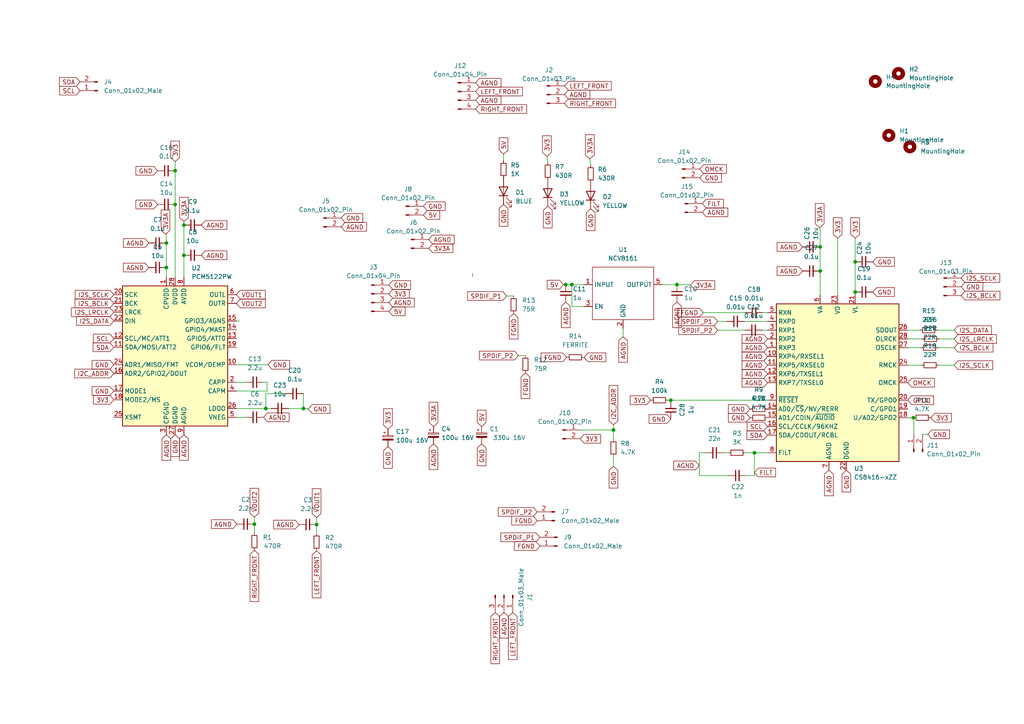
<source format=kicad_sch>
(kicad_sch (version 20230121) (generator eeschema)
  (paper "A4")
  (lib_symbols
    (symbol "Audio:CS8416-xZZ"
      (property "Reference" "U" (at 12.7 26.67 0))
      (property "Value" "CS8416-xZZ" (at 12.7 24.13 0))
      (symbol "CS8416-xZZ_0_1"
        (rectangle (start -17.78 22.86) (end 17.78 -22.86) (stroke (width 0.254)) (fill (type background)))
      )
      (symbol "CS8416-xZZ_1_1"
        (pin input line (at -20.32 10.16 0) (length 2.54) (name "RXP3") (number "1"))
        (pin input line (at -20.32 7.62 0) (length 2.54) (name "RXP4/RXSEL1") (number "10"))
        (pin input line (at -20.32 5.08 0) (length 2.54) (name "RXP5/RXSEL0") (number "11"))
        (pin input line (at -20.32 2.54 0) (length 2.54) (name "RXP6/TXSEL1") (number "12"))
        (pin input line (at -20.32 0 0) (length 2.54) (name "RXP7/TXSEL0") (number "13"))
        (pin input line (at -20.32 -7.62 0) (length 2.54) (name "AD0/~{CS}/NV/RERR") (number "14"))
        (pin input line (at -20.32 -10.16 0) (length 2.54) (name "AD1/CDIN/~{AUDIO}") (number "15"))
        (pin input line (at -20.32 -12.7 0) (length 2.54) (name "SCL/CCLK/96KHZ") (number "16"))
        (pin bidirectional line (at -20.32 -15.24 0) (length 2.54) (name "SDA/CDOUT/RCBL") (number "17"))
        (pin output line (at 20.32 -10.16 180) (length 2.54) (name "U/AD2/GPO2") (number "18"))
        (pin output line (at 20.32 -7.62 180) (length 2.54) (name "C/GPO1") (number "19"))
        (pin input line (at -20.32 12.7 0) (length 2.54) (name "RXP2") (number "2"))
        (pin output line (at 20.32 -5.08 180) (length 2.54) (name "TX/GPO0") (number "20"))
        (pin power_in line (at 5.08 25.4 270) (length 2.54) (name "VL") (number "21"))
        (pin power_in line (at 2.54 -25.4 90) (length 2.54) (name "DGND") (number "22"))
        (pin power_in line (at 0 25.4 270) (length 2.54) (name "VD") (number "23"))
        (pin output line (at 20.32 5.08 180) (length 2.54) (name "RMCK") (number "24"))
        (pin input line (at 20.32 0 180) (length 2.54) (name "OMCK") (number "25"))
        (pin output line (at 20.32 15.24 180) (length 2.54) (name "SDOUT") (number "26"))
        (pin bidirectional line (at 20.32 10.16 180) (length 2.54) (name "OSCLK") (number "27"))
        (pin bidirectional line (at 20.32 12.7 180) (length 2.54) (name "OLRCK") (number "28"))
        (pin input line (at -20.32 15.24 0) (length 2.54) (name "RXP1") (number "3"))
        (pin input line (at -20.32 17.78 0) (length 2.54) (name "RXP0") (number "4"))
        (pin input line (at -20.32 20.32 0) (length 2.54) (name "RXN") (number "5"))
        (pin power_in line (at -5.08 25.4 270) (length 2.54) (name "VA") (number "6"))
        (pin power_in line (at -2.54 -25.4 90) (length 2.54) (name "AGND") (number "7"))
        (pin passive line (at -20.32 -20.32 0) (length 2.54) (name "FILT") (number "8"))
        (pin input line (at -20.32 -5.08 0) (length 2.54) (name "~{RESET}") (number "9"))
      )
    )
    (symbol "Audio:PCM5122PW"
      (property "Reference" "U" (at -13.97 21.59 0))
      (property "Value" "PCM5122PW" (at 10.16 21.59 0))
      (symbol "PCM5122PW_0_1"
        (rectangle (start -15.24 20.32) (end 15.24 -20.32) (stroke (width 0.254)) (fill (type background)))
      )
      (symbol "PCM5122PW_1_1"
        (pin power_in line (at -2.54 22.86 270) (length 2.54) (name "CPVDD") (number "1"))
        (pin bidirectional line (at 17.78 -2.54 180) (length 2.54) (name "VCOM/DEMP") (number "10"))
        (pin bidirectional line (at -17.78 2.54 0) (length 2.54) (name "SDA/MOSI/ATT2") (number "11"))
        (pin input line (at -17.78 5.08 0) (length 2.54) (name "SCL/MC/ATT1") (number "12"))
        (pin bidirectional line (at 17.78 5.08 180) (length 2.54) (name "GPIO5/ATT0") (number "13"))
        (pin bidirectional line (at 17.78 7.62 180) (length 2.54) (name "GPIO4/MAST") (number "14"))
        (pin bidirectional line (at 17.78 10.16 180) (length 2.54) (name "GPIO3/AGNS") (number "15"))
        (pin bidirectional line (at -17.78 -5.08 0) (length 2.54) (name "ADR2/GPIO2/DOUT") (number "16"))
        (pin input line (at -17.78 -10.16 0) (length 2.54) (name "MODE1") (number "17"))
        (pin input line (at -17.78 -12.7 0) (length 2.54) (name "MODE2/MS") (number "18"))
        (pin bidirectional line (at 17.78 2.54 180) (length 2.54) (name "GPIO6/FLT") (number "19"))
        (pin passive line (at 17.78 -7.62 180) (length 2.54) (name "CAPP") (number "2"))
        (pin input line (at -17.78 17.78 0) (length 2.54) (name "SCK") (number "20"))
        (pin bidirectional line (at -17.78 15.24 0) (length 2.54) (name "BCK") (number "21"))
        (pin input line (at -17.78 10.16 0) (length 2.54) (name "DIN") (number "22"))
        (pin bidirectional line (at -17.78 12.7 0) (length 2.54) (name "LRCK") (number "23"))
        (pin bidirectional line (at -17.78 -2.54 0) (length 2.54) (name "ADR1/MISO/FMT") (number "24"))
        (pin input line (at -17.78 -17.78 0) (length 2.54) (name "XSMT") (number "25"))
        (pin passive line (at 17.78 -15.24 180) (length 2.54) (name "LDOO") (number "26"))
        (pin power_in line (at 0 -22.86 90) (length 2.54) (name "DGND") (number "27"))
        (pin power_in line (at 0 22.86 270) (length 2.54) (name "DVDD") (number "28"))
        (pin power_in line (at -2.54 -22.86 90) (length 2.54) (name "CPGND") (number "3"))
        (pin passive line (at 17.78 -10.16 180) (length 2.54) (name "CAPM") (number "4"))
        (pin passive line (at 17.78 -17.78 180) (length 2.54) (name "VNEG") (number "5"))
        (pin output line (at 17.78 17.78 180) (length 2.54) (name "OUTL") (number "6"))
        (pin output line (at 17.78 15.24 180) (length 2.54) (name "OUTR") (number "7"))
        (pin power_in line (at 2.54 22.86 270) (length 2.54) (name "AVDD") (number "8"))
        (pin power_in line (at 2.54 -22.86 90) (length 2.54) (name "AGND") (number "9"))
      )
    )
    (symbol "Components:NCV8161"
      (property "Reference" "U" (at 0 10.16 0))
      (property "Value" "NCV8161" (at 0 0 0))
      (symbol "NCV8161_0_1"
        (rectangle (start -8.89 17.78) (end 8.89 2.54))
      )
      (symbol "NCV8161_1_1"
        (pin input line (at -11.43 12.7 0) (length 2.54) (name "INPUT") (number "1"))
        (pin input line (at 0 0 90) (length 2.54) (name "GND") (number "2"))
        (pin input line (at -11.43 6.35 0) (length 2.54) (name "EN") (number "3"))
        (pin output line (at 11.43 12.7 180) (length 2.54) (name "OUTPUT") (number "5"))
      )
    )
    (symbol "Connector:Conn_01x02_Male" (pin_names (offset 1.016) hide)
      (property "Reference" "J" (at 0 2.54 0))
      (property "Value" "Conn_01x02_Male" (at 0 -5.08 0))
      (symbol "Conn_01x02_Male_1_1"
        (polyline (pts (xy 1.27 -2.54) (xy 0.8636 -2.54)) (stroke (width 0.1524)))
        (polyline (pts (xy 1.27 0) (xy 0.8636 0)) (stroke (width 0.1524)))
        (rectangle (start 0.8636 -2.413) (end 0 -2.667) (stroke (width 0.1524)) (fill (type outline)))
        (rectangle (start 0.8636 0.127) (end 0 -0.127) (stroke (width 0.1524)) (fill (type outline)))
        (pin passive line (at 5.08 0 180) (length 3.81) (name "Pin_1") (number "1"))
        (pin passive line (at 5.08 -2.54 180) (length 3.81) (name "Pin_2") (number "2"))
      )
    )
    (symbol "Connector:Conn_01x02_Pin" (pin_names (offset 1.016) hide)
      (property "Reference" "J" (at 0 2.54 0))
      (property "Value" "Conn_01x02_Pin" (at 0 -5.08 0))
      (symbol "Conn_01x02_Pin_1_1"
        (polyline (pts (xy 1.27 -2.54) (xy 0.8636 -2.54)) (stroke (width 0.1524)))
        (polyline (pts (xy 1.27 0) (xy 0.8636 0)) (stroke (width 0.1524)))
        (rectangle (start 0.8636 -2.413) (end 0 -2.667) (stroke (width 0.1524)) (fill (type outline)))
        (rectangle (start 0.8636 0.127) (end 0 -0.127) (stroke (width 0.1524)) (fill (type outline)))
        (pin passive line (at 5.08 0 180) (length 3.81) (name "Pin_1") (number "1"))
        (pin passive line (at 5.08 -2.54 180) (length 3.81) (name "Pin_2") (number "2"))
      )
    )
    (symbol "Connector:Conn_01x03_Male" (pin_names (offset 1.016) hide)
      (property "Reference" "J" (at 0 5.08 0))
      (property "Value" "Conn_01x03_Male" (at 0 -5.08 0))
      (symbol "Conn_01x03_Male_1_1"
        (polyline (pts (xy 1.27 -2.54) (xy 0.8636 -2.54)) (stroke (width 0.1524)))
        (polyline (pts (xy 1.27 0) (xy 0.8636 0)) (stroke (width 0.1524)))
        (polyline (pts (xy 1.27 2.54) (xy 0.8636 2.54)) (stroke (width 0.1524)))
        (rectangle (start 0.8636 -2.413) (end 0 -2.667) (stroke (width 0.1524)) (fill (type outline)))
        (rectangle (start 0.8636 0.127) (end 0 -0.127) (stroke (width 0.1524)) (fill (type outline)))
        (rectangle (start 0.8636 2.667) (end 0 2.413) (stroke (width 0.1524)) (fill (type outline)))
        (pin passive line (at 5.08 2.54 180) (length 3.81) (name "Pin_1") (number "1"))
        (pin passive line (at 5.08 0 180) (length 3.81) (name "Pin_2") (number "2"))
        (pin passive line (at 5.08 -2.54 180) (length 3.81) (name "Pin_3") (number "3"))
      )
    )
    (symbol "Connector:Conn_01x03_Pin" (pin_names (offset 1.016) hide)
      (property "Reference" "J" (at 0 5.08 0))
      (property "Value" "Conn_01x03_Pin" (at 0 -5.08 0))
      (symbol "Conn_01x03_Pin_1_1"
        (polyline (pts (xy 1.27 -2.54) (xy 0.8636 -2.54)) (stroke (width 0.1524)))
        (polyline (pts (xy 1.27 0) (xy 0.8636 0)) (stroke (width 0.1524)))
        (polyline (pts (xy 1.27 2.54) (xy 0.8636 2.54)) (stroke (width 0.1524)))
        (rectangle (start 0.8636 -2.413) (end 0 -2.667) (stroke (width 0.1524)) (fill (type outline)))
        (rectangle (start 0.8636 0.127) (end 0 -0.127) (stroke (width 0.1524)) (fill (type outline)))
        (rectangle (start 0.8636 2.667) (end 0 2.413) (stroke (width 0.1524)) (fill (type outline)))
        (pin passive line (at 5.08 2.54 180) (length 3.81) (name "Pin_1") (number "1"))
        (pin passive line (at 5.08 0 180) (length 3.81) (name "Pin_2") (number "2"))
        (pin passive line (at 5.08 -2.54 180) (length 3.81) (name "Pin_3") (number "3"))
      )
    )
    (symbol "Connector:Conn_01x04_Pin" (pin_names (offset 1.016) hide)
      (property "Reference" "J" (at 0 5.08 0))
      (property "Value" "Conn_01x04_Pin" (at 0 -7.62 0))
      (symbol "Conn_01x04_Pin_1_1"
        (polyline (pts (xy 1.27 -5.08) (xy 0.8636 -5.08)) (stroke (width 0.1524)))
        (polyline (pts (xy 1.27 -2.54) (xy 0.8636 -2.54)) (stroke (width 0.1524)))
        (polyline (pts (xy 1.27 0) (xy 0.8636 0)) (stroke (width 0.1524)))
        (polyline (pts (xy 1.27 2.54) (xy 0.8636 2.54)) (stroke (width 0.1524)))
        (rectangle (start 0.8636 -4.953) (end 0 -5.207) (stroke (width 0.1524)) (fill (type outline)))
        (rectangle (start 0.8636 -2.413) (end 0 -2.667) (stroke (width 0.1524)) (fill (type outline)))
        (rectangle (start 0.8636 0.127) (end 0 -0.127) (stroke (width 0.1524)) (fill (type outline)))
        (rectangle (start 0.8636 2.667) (end 0 2.413) (stroke (width 0.1524)) (fill (type outline)))
        (pin passive line (at 5.08 2.54 180) (length 3.81) (name "Pin_1") (number "1"))
        (pin passive line (at 5.08 0 180) (length 3.81) (name "Pin_2") (number "2"))
        (pin passive line (at 5.08 -2.54 180) (length 3.81) (name "Pin_3") (number "3"))
        (pin passive line (at 5.08 -5.08 180) (length 3.81) (name "Pin_4") (number "4"))
      )
    )
    (symbol "Device:C_Polarized_Small" (pin_numbers hide) (pin_names (offset 0.254) hide)
      (property "Reference" "C" (at 0.254 1.778 0))
      (property "Value" "C_Polarized_Small" (at 0.254 -2.032 0))
      (symbol "C_Polarized_Small_0_1"
        (rectangle (start -1.524 -0.3048) (end 1.524 -0.6858) (fill (type outline)))
        (rectangle (start -1.524 0.6858) (end 1.524 0.3048))
        (polyline (pts (xy -1.27 1.524) (xy -0.762 1.524)))
        (polyline (pts (xy -1.016 1.27) (xy -1.016 1.778)))
      )
      (symbol "C_Polarized_Small_1_1"
        (pin passive line (at 0 2.54 270) (length 1.8542) (name "~") (number "1"))
        (pin passive line (at 0 -2.54 90) (length 1.8542) (name "~") (number "2"))
      )
    )
    (symbol "Device:C_Small" (pin_numbers hide) (pin_names (offset 0.254) hide)
      (property "Reference" "C" (at 0.254 1.778 0))
      (property "Value" "C_Small" (at 0.254 -2.032 0))
      (symbol "C_Small_0_1"
        (polyline (pts (xy -1.524 -0.508) (xy 1.524 -0.508)) (stroke (width 0.3302)))
        (polyline (pts (xy -1.524 0.508) (xy 1.524 0.508)) (stroke (width 0.3048)))
      )
      (symbol "C_Small_1_1"
        (pin passive line (at 0 2.54 270) (length 2.032) (name "~") (number "1"))
        (pin passive line (at 0 -2.54 90) (length 2.032) (name "~") (number "2"))
      )
    )
    (symbol "Device:LED" (pin_numbers hide) (pin_names (offset 1.016) hide)
      (property "Reference" "D" (at 0 2.54 0))
      (property "Value" "LED" (at 0 -2.54 0))
      (symbol "LED_0_1"
        (polyline (pts (xy -1.27 -1.27) (xy -1.27 1.27)) (stroke (width 0.254)))
        (polyline (pts (xy -1.27 0) (xy 1.27 0)))
        (polyline (pts (xy 1.27 -1.27) (xy 1.27 1.27) (xy -1.27 0) (xy 1.27 -1.27)) (stroke (width 0.254)))
        (polyline (pts (xy -3.048 -0.762) (xy -4.572 -2.286) (xy -3.81 -2.286) (xy -4.572 -2.286) (xy -4.572 -1.524)))
        (polyline (pts (xy -1.778 -0.762) (xy -3.302 -2.286) (xy -2.54 -2.286) (xy -3.302 -2.286) (xy -3.302 -1.524)))
      )
      (symbol "LED_1_1"
        (pin passive line (at -3.81 0 0) (length 2.54) (name "K") (number "1"))
        (pin passive line (at 3.81 0 180) (length 2.54) (name "A") (number "2"))
      )
    )
    (symbol "Device:R_Small" (pin_numbers hide) (pin_names (offset 0.254) hide)
      (property "Reference" "R" (at 0.762 0.508 0))
      (property "Value" "R_Small" (at 0.762 -1.016 0))
      (symbol "R_Small_0_1"
        (rectangle (start -0.762 1.778) (end 0.762 -1.778) (stroke (width 0.2032)))
      )
      (symbol "R_Small_1_1"
        (pin passive line (at 0 2.54 270) (length 0.762) (name "~") (number "1"))
        (pin passive line (at 0 -2.54 90) (length 0.762) (name "~") (number "2"))
      )
    )
    (symbol "Mechanical:MountingHole" (pin_names (offset 1.016))
      (property "Reference" "H" (at 0 5.08 0))
      (property "Value" "MountingHole" (at 0 3.175 0))
      (symbol "MountingHole_0_1"
        (circle (center 0 0) (radius 1.27) (stroke (width 1.27)))
      )
    )
    (symbol "Oscillator:ASE-xxxMHz" (pin_names (offset 0.254))
      (property "Reference" "X" (at -5.08 6.35 0))
      (property "Value" "ASE-xxxMHz" (at 1.27 -6.35 0))
      (symbol "ASE-xxxMHz_0_1"
        (rectangle (start -5.08 5.08) (end 5.08 -5.08) (stroke (width 0.254)) (fill (type background)))
        (polyline (pts (xy -1.27 -0.762) (xy -1.016 -0.762) (xy -1.016 0.762) (xy -0.508 0.762) (xy -0.508 -0.762) (xy 0 -0.762) (xy 0 0.762) (xy 0.508 0.762) (xy 0.508 -0.762) (xy 0.762 -0.762)))
      )
      (symbol "ASE-xxxMHz_1_1"
        (pin input line (at -7.62 0 0) (length 2.54) (name "EN") (number "1"))
        (pin power_in line (at 0 -7.62 90) (length 2.54) (name "GND") (number "2"))
        (pin output line (at 7.62 0 180) (length 2.54) (name "OUT") (number "3"))
        (pin power_in line (at 0 7.62 270) (length 2.54) (name "Vdd") (number "4"))
      )
    )
  )
  (junction (at 237.871 71.628))
  (junction (at 165.862 82.55))
  (junction (at 177.927 124.714))
  (junction (at 248.031 75.946))
  (junction (at 53.34 65.278))
  (junction (at 264.922 121.158))
  (junction (at 48.26 77.597))
  (junction (at 73.787 152.019))
  (junction (at 196.342 82.55))
  (junction (at 164.084 82.55))
  (junction (at 77.089 118.491))
  (junction (at 88.011 118.491))
  (junction (at 53.34 74.041))
  (junction (at 50.8 49.53))
  (junction (at 248.031 84.709))
  (junction (at 218.821 131.318))
  (junction (at 194.564 116.078))
  (junction (at 48.26 70.485))
  (junction (at 237.871 78.613))
  (junction (at 50.8 59.309))
  (junction (at 91.821 152.146))
  (wire (pts (xy 177.927 123.19) (xy 177.927 124.714)))
  (wire (pts (xy 91.821 152.146) (xy 91.821 154.686)))
  (wire (pts (xy 50.8 49.53) (xy 50.8 59.309)))
  (wire (pts (xy 71.374 121.031) (xy 68.58 121.031)))
  (wire (pts (xy 209.804 131.318) (xy 211.201 131.318)))
  (wire (pts (xy 221.234 90.678) (xy 222.631 90.678)))
  (wire (pts (xy 196.342 82.55) (xy 192.151 82.55)))
  (wire (pts (xy 48.26 67.945) (xy 48.26 70.485)))
  (wire (pts (xy 48.26 70.485) (xy 48.26 77.597)))
  (wire (pts (xy 263.271 121.158) (xy 264.922 121.158)))
  (wire (pts (xy 77.089 114.173) (xy 77.089 118.491)))
  (wire (pts (xy 237.744 66.294) (xy 237.871 66.294)))
  (wire (pts (xy 73.787 149.987) (xy 73.787 152.019)))
  (wire (pts (xy 71.374 110.871) (xy 68.58 110.871)))
  (wire (pts (xy 168.275 124.714) (xy 177.927 124.714)))
  (wire (pts (xy 203.962 90.678) (xy 216.154 90.678)))
  (wire (pts (xy 263.271 98.298) (xy 267.335 98.298)))
  (wire (pts (xy 48.26 77.597) (xy 48.26 80.391)))
  (wire (pts (xy 237.871 71.628) (xy 237.871 78.613)))
  (wire (pts (xy 164.084 82.55) (xy 165.862 82.55)))
  (wire (pts (xy 248.031 69.088) (xy 248.031 75.946)))
  (wire (pts (xy 148.971 85.852) (xy 146.939 85.852)))
  (wire (pts (xy 89.408 118.618) (xy 89.281 118.618)))
  (wire (pts (xy 248.031 84.709) (xy 248.031 85.598)))
  (wire (pts (xy 272.161 100.838) (xy 276.733 100.838)))
  (wire (pts (xy 269.113 125.984) (xy 267.589 125.984)))
  (wire (pts (xy 200.279 82.677) (xy 200.025 82.677)))
  (wire (pts (xy 272.415 98.298) (xy 276.733 98.298)))
  (wire (pts (xy 76.454 110.871) (xy 77.47 110.871)))
  (wire (pts (xy 88.011 114.173) (xy 88.011 118.491)))
  (wire (pts (xy 237.871 78.613) (xy 237.871 85.598)))
  (wire (pts (xy 314.325 107.315) (xy 314.325 110.617)))
  (wire (pts (xy 208.153 95.758) (xy 216.027 95.758)))
  (wire (pts (xy 50.8 46.863) (xy 50.8 49.53)))
  (wire (pts (xy 237.871 66.294) (xy 237.871 71.628)))
  (wire (pts (xy 211.328 137.922) (xy 202.819 137.922)))
  (wire (pts (xy 263.271 105.918) (xy 267.208 105.918)))
  (wire (pts (xy 237.744 66.04) (xy 237.744 66.294)))
  (wire (pts (xy 169.291 88.9) (xy 165.862 88.9)))
  (wire (pts (xy 53.34 64.262) (xy 53.34 65.278)))
  (wire (pts (xy 171.069 46.101) (xy 171.323 47.879)))
  (wire (pts (xy 248.031 75.946) (xy 248.031 84.709)))
  (wire (pts (xy 165.862 82.55) (xy 169.291 82.55)))
  (wire (pts (xy 216.408 137.922) (xy 218.821 137.922)))
  (wire (pts (xy 77.089 118.491) (xy 68.58 118.491)))
  (wire (pts (xy 221.107 95.758) (xy 222.631 95.758)))
  (wire (pts (xy 194.564 116.078) (xy 222.631 116.078)))
  (wire (pts (xy 215.9 93.218) (xy 222.631 93.218)))
  (wire (pts (xy 264.922 121.158) (xy 265.049 121.158)))
  (wire (pts (xy 77.724 105.791) (xy 68.58 105.791)))
  (wire (pts (xy 216.281 131.318) (xy 218.821 131.318)))
  (wire (pts (xy 265.049 125.984) (xy 265.049 121.158)))
  (wire (pts (xy 77.47 113.411) (xy 68.58 113.411)))
  (wire (pts (xy 73.787 152.019) (xy 73.787 154.559)))
  (wire (pts (xy 48.006 67.945) (xy 48.26 67.945)))
  (wire (pts (xy 77.47 110.871) (xy 77.47 113.411)))
  (wire (pts (xy 152.4 103.124) (xy 150.368 103.124)))
  (wire (pts (xy 194.564 116.078) (xy 194.564 116.459)))
  (wire (pts (xy 177.927 135.255) (xy 177.927 132.461)))
  (wire (pts (xy 218.821 131.318) (xy 222.631 131.318)))
  (wire (pts (xy 53.34 65.278) (xy 53.34 74.041)))
  (wire (pts (xy 177.927 124.714) (xy 177.927 127.381)))
  (wire (pts (xy 208.153 93.218) (xy 210.82 93.218)))
  (wire (pts (xy 89.281 118.491) (xy 88.011 118.491)))
  (wire (pts (xy 180.721 97.663) (xy 180.721 95.25)))
  (wire (pts (xy 78.613 118.491) (xy 77.089 118.491)))
  (wire (pts (xy 202.819 131.318) (xy 204.724 131.318)))
  (wire (pts (xy 202.819 137.922) (xy 202.819 131.318)))
  (wire (pts (xy 200.025 82.55) (xy 196.342 82.55)))
  (wire (pts (xy 271.907 95.758) (xy 276.733 95.758)))
  (wire (pts (xy 200.025 82.677) (xy 200.025 82.55)))
  (wire (pts (xy 242.951 69.088) (xy 242.951 85.598)))
  (wire (pts (xy 53.34 74.041) (xy 53.34 80.391)))
  (wire (pts (xy 88.011 118.491) (xy 83.693 118.491)))
  (wire (pts (xy 165.862 88.9) (xy 165.862 82.55)))
  (wire (pts (xy 89.281 118.618) (xy 89.281 118.491)))
  (wire (pts (xy 137.033 79.248) (xy 137.033 80.264)))
  (wire (pts (xy 272.288 105.918) (xy 276.733 105.918)))
  (wire (pts (xy 69.469 93.091) (xy 68.58 93.091)))
  (wire (pts (xy 146.05 44.704) (xy 146.05 46.609)))
  (wire (pts (xy 50.8 59.309) (xy 50.8 80.391)))
  (wire (pts (xy 158.623 45.339) (xy 158.877 47.117)))
  (wire (pts (xy 218.821 137.922) (xy 218.821 131.318)))
  (wire (pts (xy 163.449 82.55) (xy 164.084 82.55)))
  (wire (pts (xy 193.802 116.078) (xy 194.564 116.078)))
  (wire (pts (xy 263.271 95.758) (xy 266.827 95.758)))
  (wire (pts (xy 263.271 100.838) (xy 267.081 100.838)))
  (wire (pts (xy 91.821 150.114) (xy 91.821 152.146)))
  (wire (pts (xy 77.089 114.173) (xy 82.931 114.173)))
  (global_label "GND" (shape input) (at 253.111 75.946 0) (property "Intersheetrefs" "${INTERSHEET_REFS}" (effects hide)))
  (global_label "3V3" (shape input) (at 50.8 46.863 90) (property "Intersheetrefs" "${INTERSHEET_REFS}" (effects hide)))
  (global_label "FGND" (shape input) (at 148.971 90.932 270) (property "Intersheetrefs" "${INTERSHEET_REFS}" (effects hide)))
  (global_label "SPDIF_P2" (shape input) (at 208.153 95.758 180) (property "Intersheetrefs" "${INTERSHEET_REFS}" (effects hide)))
  (global_label "3V3" (shape input) (at 248.031 69.088 90) (property "Intersheetrefs" "${INTERSHEET_REFS}" (effects hide)))
  (global_label "LEFT_FRONT" (shape input) (at 163.703 24.892 0) (property "Intersheetrefs" "${INTERSHEET_REFS}" (effects hide)))
  (global_label "AGND" (shape input) (at 86.741 152.146 180) (property "Intersheetrefs" "${INTERSHEET_REFS}" (effects hide)))
  (global_label "3V3" (shape input) (at 33.02 115.951 180) (property "Intersheetrefs" "${INTERSHEET_REFS}" (effects hide)))
  (global_label "AGND" (shape input) (at 58.42 74.041 0) (property "Intersheetrefs" "${INTERSHEET_REFS}" (effects hide)))
  (global_label "AGND" (shape input) (at 222.631 108.458 180) (property "Intersheetrefs" "${INTERSHEET_REFS}" (effects hide)))
  (global_label "LEFT_FRONT" (shape input) (at 148.717 177.673 270) (property "Intersheetrefs" "${INTERSHEET_REFS}" (effects hide)))
  (global_label "RIGHT_FRONT" (shape input) (at 163.703 29.972 0) (property "Intersheetrefs" "${INTERSHEET_REFS}" (effects hide)))
  (global_label "OMCK" (shape input) (at 263.271 110.998 0) (property "Intersheetrefs" "${INTERSHEET_REFS}" (effects hide)))
  (global_label "RIGHT_FRONT" (shape input) (at 143.637 177.673 270) (property "Intersheetrefs" "${INTERSHEET_REFS}" (effects hide)))
  (global_label "AGND" (shape input) (at 222.631 105.918 180) (property "Intersheetrefs" "${INTERSHEET_REFS}" (effects hide)))
  (global_label "GND" (shape input) (at 33.02 113.411 180) (property "Intersheetrefs" "${INTERSHEET_REFS}" (effects hide)))
  (global_label "GND" (shape input) (at 202.946 51.562 0) (property "Intersheetrefs" "${INTERSHEET_REFS}" (effects hide)))
  (global_label "AGND" (shape input) (at 222.631 103.378 180) (property "Intersheetrefs" "${INTERSHEET_REFS}" (effects hide)))
  (global_label "GPO0" (shape input) (at 263.271 116.078 0) (property "Intersheetrefs" "${INTERSHEET_REFS}" (effects hide)))
  (global_label "AGND" (shape input) (at 125.73 128.778 270) (property "Intersheetrefs" "${INTERSHEET_REFS}" (effects hide)))
  (global_label "SPDIF_P1" (shape input) (at 208.153 93.218 180) (property "Intersheetrefs" "${INTERSHEET_REFS}" (effects hide)))
  (global_label "GND" (shape input) (at 278.765 83.185 0) (property "Intersheetrefs" "${INTERSHEET_REFS}" (effects hide)))
  (global_label "SPDIF_P1" (shape input) (at 146.939 85.852 180) (property "Intersheetrefs" "${INTERSHEET_REFS}" (effects hide)))
  (global_label "VOUT1" (shape input) (at 91.821 150.114 90) (property "Intersheetrefs" "${INTERSHEET_REFS}" (effects hide)))
  (global_label "GND" (shape input) (at 98.933 63.246 0) (property "Intersheetrefs" "${INTERSHEET_REFS}" (effects hide)))
  (global_label "GND" (shape input) (at 45.72 49.53 180) (property "Intersheetrefs" "${INTERSHEET_REFS}" (effects hide)))
  (global_label "3V3" (shape input) (at 168.275 127.254 0) (property "Intersheetrefs" "${INTERSHEET_REFS}" (effects hide)))
  (global_label "VOUT2" (shape input) (at 68.58 88.011 0) (property "Intersheetrefs" "${INTERSHEET_REFS}" (effects hide)))
  (global_label "FGND" (shape input) (at 203.962 90.678 180) (property "Intersheetrefs" "${INTERSHEET_REFS}" (effects hide)))
  (global_label "VOUT2" (shape input) (at 73.787 149.987 90) (property "Intersheetrefs" "${INTERSHEET_REFS}" (effects hide)))
  (global_label "SDA" (shape input) (at 23.241 23.749 180) (property "Intersheetrefs" "${INTERSHEET_REFS}" (effects hide)))
  (global_label "GND" (shape input) (at 50.8 126.111 270) (property "Intersheetrefs" "${INTERSHEET_REFS}" (effects hide)))
  (global_label "SPDIF_P2" (shape input) (at 155.829 148.463 180) (property "Intersheetrefs" "${INTERSHEET_REFS}" (effects hide)))
  (global_label "I2S_SCLK" (shape input) (at 278.765 80.645 0) (property "Intersheetrefs" "${INTERSHEET_REFS}" (effects hide)))
  (global_label "I2C_ADDR" (shape input) (at 177.927 123.19 90) (property "Intersheetrefs" "${INTERSHEET_REFS}" (effects hide)))
  (global_label "AGND" (shape input) (at 43.18 77.597 180) (property "Intersheetrefs" "${INTERSHEET_REFS}" (effects hide)))
  (global_label "5V" (shape input) (at 122.809 62.357 0) (property "Intersheetrefs" "${INTERSHEET_REFS}" (effects hide)))
  (global_label "AGND" (shape input) (at 137.922 29.083 0) (property "Intersheetrefs" "${INTERSHEET_REFS}" (effects hide)))
  (global_label "AGND" (shape input) (at 164.084 87.63 270) (property "Intersheetrefs" "${INTERSHEET_REFS}" (effects hide)))
  (global_label "3V3A" (shape input) (at 48.006 67.945 90) (property "Intersheetrefs" "${INTERSHEET_REFS}" (effects hide)))
  (global_label "5V" (shape input) (at 163.449 82.55 180) (property "Intersheetrefs" "${INTERSHEET_REFS}" (effects hide)))
  (global_label "I2S_DATA" (shape input) (at 276.733 95.758 0) (property "Intersheetrefs" "${INTERSHEET_REFS}" (effects hide)))
  (global_label "OMCK" (shape input) (at 321.945 118.237 0) (property "Intersheetrefs" "${INTERSHEET_REFS}" (effects hide)))
  (global_label "FILT" (shape input) (at 203.708 59.055 0) (property "Intersheetrefs" "${INTERSHEET_REFS}" (effects hide)))
  (global_label "AGND" (shape input) (at 196.342 87.63 270) (property "Intersheetrefs" "${INTERSHEET_REFS}" (effects hide)))
  (global_label "RIGHT_FRONT" (shape input) (at 137.922 31.623 0) (property "Intersheetrefs" "${INTERSHEET_REFS}" (effects hide)))
  (global_label "AGND" (shape input) (at 240.411 136.398 270) (property "Intersheetrefs" "${INTERSHEET_REFS}" (effects hide)))
  (global_label "AGND" (shape input) (at 98.933 65.786 0) (property "Intersheetrefs" "${INTERSHEET_REFS}" (effects hide)))
  (global_label "GND" (shape input) (at 177.927 135.255 270) (property "Intersheetrefs" "${INTERSHEET_REFS}" (effects hide)))
  (global_label "LEFT_FRONT" (shape input) (at 91.821 159.766 270) (property "Intersheetrefs" "${INTERSHEET_REFS}" (effects hide)))
  (global_label "AGND" (shape input) (at 58.42 65.278 0) (property "Intersheetrefs" "${INTERSHEET_REFS}" (effects hide)))
  (global_label "SCL" (shape input) (at 222.631 123.698 180) (property "Intersheetrefs" "${INTERSHEET_REFS}" (effects hide)))
  (global_label "GND" (shape input) (at 45.72 59.309 180) (property "Intersheetrefs" "${INTERSHEET_REFS}" (effects hide)))
  (global_label "FGND" (shape input) (at 152.4 108.204 270) (property "Intersheetrefs" "${INTERSHEET_REFS}" (effects hide)))
  (global_label "3V3A" (shape input) (at 53.34 64.262 90) (property "Intersheetrefs" "${INTERSHEET_REFS}" (effects hide)))
  (global_label "RIGHT_FRONT" (shape input) (at 73.787 159.639 270) (property "Intersheetrefs" "${INTERSHEET_REFS}" (effects hide)))
  (global_label "I2S_SCLK" (shape input) (at 276.733 105.918 0) (property "Intersheetrefs" "${INTERSHEET_REFS}" (effects hide)))
  (global_label "I2S_DATA" (shape input) (at 33.02 93.091 180) (property "Intersheetrefs" "${INTERSHEET_REFS}" (effects hide)))
  (global_label "3V3" (shape input) (at 314.325 107.315 90) (property "Intersheetrefs" "${INTERSHEET_REFS}" (effects hide)))
  (global_label "GND" (shape input) (at 89.408 118.618 0) (property "Intersheetrefs" "${INTERSHEET_REFS}" (effects hide)))
  (global_label "GND" (shape input) (at 122.809 59.817 0) (property "Intersheetrefs" "${INTERSHEET_REFS}" (effects hide)))
  (global_label "AGND" (shape input) (at 232.791 78.613 180) (property "Intersheetrefs" "${INTERSHEET_REFS}" (effects hide)))
  (global_label "GND" (shape input) (at 314.325 125.857 270) (property "Intersheetrefs" "${INTERSHEET_REFS}" (effects hide)))
  (global_label "GND" (shape input) (at 33.02 105.791 180) (property "Intersheetrefs" "${INTERSHEET_REFS}" (effects hide)))
  (global_label "3V3A" (shape input) (at 124.333 72.009 0) (property "Intersheetrefs" "${INTERSHEET_REFS}" (effects hide)))
  (global_label "AGND" (shape input) (at 202.819 135.001 180) (property "Intersheetrefs" "${INTERSHEET_REFS}" (effects hide)))
  (global_label "3V3" (shape input) (at 112.522 124.46 90) (property "Intersheetrefs" "${INTERSHEET_REFS}" (effects hide)))
  (global_label "SCL" (shape input) (at 23.241 26.289 180) (property "Intersheetrefs" "${INTERSHEET_REFS}" (effects hide)))
  (global_label "3V3" (shape input) (at 112.776 85.217 0) (property "Intersheetrefs" "${INTERSHEET_REFS}" (effects hide)))
  (global_label "AGND" (shape input) (at 112.776 87.757 0) (property "Intersheetrefs" "${INTERSHEET_REFS}" (effects hide)))
  (global_label "5V" (shape input) (at 112.776 90.297 0) (property "Intersheetrefs" "${INTERSHEET_REFS}" (effects hide)))
  (global_label "AGND" (shape input) (at 53.34 126.111 270) (property "Intersheetrefs" "${INTERSHEET_REFS}" (effects hide)))
  (global_label "AGND" (shape input) (at 76.454 121.031 0) (property "Intersheetrefs" "${INTERSHEET_REFS}" (effects hide)))
  (global_label "SPDIF_P1" (shape input) (at 156.591 155.829 180) (property "Intersheetrefs" "${INTERSHEET_REFS}" (effects hide)))
  (global_label "SCL" (shape input) (at 33.02 98.171 180) (property "Intersheetrefs" "${INTERSHEET_REFS}" (effects hide)))
  (global_label "GND" (shape input) (at 269.113 125.984 0) (property "Intersheetrefs" "${INTERSHEET_REFS}" (effects hide)))
  (global_label "AGND" (shape input) (at 203.708 61.595 0) (property "Intersheetrefs" "${INTERSHEET_REFS}" (effects hide)))
  (global_label "FILT" (shape input) (at 218.821 137.033 0) (property "Intersheetrefs" "${INTERSHEET_REFS}" (effects hide)))
  (global_label "GND" (shape input) (at 146.05 59.309 270) (property "Intersheetrefs" "${INTERSHEET_REFS}" (effects hide)))
  (global_label "5V" (shape input) (at 146.05 44.704 90) (property "Intersheetrefs" "${INTERSHEET_REFS}" (effects hide)))
  (global_label "GND" (shape input) (at 253.111 84.709 0) (property "Intersheetrefs" "${INTERSHEET_REFS}" (effects hide)))
  (global_label "3V3" (shape input) (at 188.722 116.078 180) (property "Intersheetrefs" "${INTERSHEET_REFS}" (effects hide)))
  (global_label "GND" (shape input) (at 194.564 121.539 180) (property "Intersheetrefs" "${INTERSHEET_REFS}" (effects hide)))
  (global_label "AGND" (shape input) (at 68.707 152.019 180) (property "Intersheetrefs" "${INTERSHEET_REFS}" (effects hide)))
  (global_label "SDA" (shape input) (at 33.02 100.711 180) (property "Intersheetrefs" "${INTERSHEET_REFS}" (effects hide)))
  (global_label "GND" (shape input) (at 217.551 121.158 180) (property "Intersheetrefs" "${INTERSHEET_REFS}" (effects hide)))
  (global_label "GND" (shape input) (at 169.418 103.632 0) (property "Intersheetrefs" "${INTERSHEET_REFS}" (effects hide)))
  (global_label "AGND" (shape input) (at 163.703 27.432 0) (property "Intersheetrefs" "${INTERSHEET_REFS}" (effects hide)))
  (global_label "AGND" (shape input) (at 124.333 69.469 0) (property "Intersheetrefs" "${INTERSHEET_REFS}" (effects hide)))
  (global_label "FGND" (shape input) (at 155.829 151.003 180) (property "Intersheetrefs" "${INTERSHEET_REFS}" (effects hide)))
  (global_label "GND" (shape input) (at 217.551 118.618 180) (property "Intersheetrefs" "${INTERSHEET_REFS}" (effects hide)))
  (global_label "3V3A" (shape input) (at 125.73 123.698 90) (property "Intersheetrefs" "${INTERSHEET_REFS}" (effects hide)))
  (global_label "AGND" (shape input) (at 232.791 71.628 180) (property "Intersheetrefs" "${INTERSHEET_REFS}" (effects hide)))
  (global_label "5V" (shape input) (at 139.7 123.698 90) (property "Intersheetrefs" "${INTERSHEET_REFS}" (effects hide)))
  (global_label "AGND" (shape input) (at 180.721 97.663 270) (property "Intersheetrefs" "${INTERSHEET_REFS}" (effects hide)))
  (global_label "LEFT_FRONT" (shape input) (at 137.922 26.543 0) (property "Intersheetrefs" "${INTERSHEET_REFS}" (effects hide)))
  (global_label "GND" (shape input) (at 158.877 59.817 270) (property "Intersheetrefs" "${INTERSHEET_REFS}" (effects hide)))
  (global_label "AGND" (shape input) (at 222.631 98.298 180) (property "Intersheetrefs" "${INTERSHEET_REFS}" (effects hide)))
  (global_label "I2S_LRCLK" (shape input) (at 33.02 90.551 180) (property "Intersheetrefs" "${INTERSHEET_REFS}" (effects hide)))
  (global_label "GND" (shape input) (at 245.491 136.398 270) (property "Intersheetrefs" "${INTERSHEET_REFS}" (effects hide)))
  (global_label "SDA" (shape input) (at 222.631 126.238 180) (property "Intersheetrefs" "${INTERSHEET_REFS}" (effects hide)))
  (global_label "AGND" (shape input) (at 48.26 126.111 270) (property "Intersheetrefs" "${INTERSHEET_REFS}" (effects hide)))
  (global_label "FGND" (shape input) (at 164.338 103.632 180) (property "Intersheetrefs" "${INTERSHEET_REFS}" (effects hide)))
  (global_label "3V3" (shape input) (at 242.951 69.088 90) (property "Intersheetrefs" "${INTERSHEET_REFS}" (effects hide)))
  (global_label "3V3A" (shape input) (at 171.069 46.101 90) (property "Intersheetrefs" "${INTERSHEET_REFS}" (effects hide)))
  (global_label "AGND" (shape input) (at 222.631 110.998 180) (property "Intersheetrefs" "${INTERSHEET_REFS}" (effects hide)))
  (global_label "GND" (shape input) (at 112.522 129.54 270) (property "Intersheetrefs" "${INTERSHEET_REFS}" (effects hide)))
  (global_label "3V3" (shape input) (at 270.002 121.158 0) (property "Intersheetrefs" "${INTERSHEET_REFS}" (effects hide)))
  (global_label "AGND" (shape input) (at 137.922 24.003 0) (property "Intersheetrefs" "${INTERSHEET_REFS}" (effects hide)))
  (global_label "I2C_ADDR" (shape input) (at 33.02 108.331 180) (property "Intersheetrefs" "${INTERSHEET_REFS}" (effects hide)))
  (global_label "AGND" (shape input) (at 43.18 70.485 180) (property "Intersheetrefs" "${INTERSHEET_REFS}" (effects hide)))
  (global_label "I2S_BCLK" (shape input) (at 276.733 100.838 0) (property "Intersheetrefs" "${INTERSHEET_REFS}" (effects hide)))
  (global_label "GND" (shape input) (at 139.7 128.778 270) (property "Intersheetrefs" "${INTERSHEET_REFS}" (effects hide)))
  (global_label "AGND" (shape input) (at 222.631 100.838 180) (property "Intersheetrefs" "${INTERSHEET_REFS}" (effects hide)))
  (global_label "VOUT1" (shape input) (at 68.58 85.471 0) (property "Intersheetrefs" "${INTERSHEET_REFS}" (effects hide)))
  (global_label "OMCK" (shape input) (at 202.946 49.022 0) (property "Intersheetrefs" "${INTERSHEET_REFS}" (effects hide)))
  (global_label "I2S_BCLK" (shape input) (at 33.02 88.011 180) (property "Intersheetrefs" "${INTERSHEET_REFS}" (effects hide)))
  (global_label "3V3" (shape input) (at 158.623 45.339 90) (property "Intersheetrefs" "${INTERSHEET_REFS}" (effects hide)))
  (global_label "3V3A" (shape input) (at 237.744 66.04 90) (property "Intersheetrefs" "${INTERSHEET_REFS}" (effects hide)))
  (global_label "SPDIF_P2" (shape input) (at 150.368 103.124 180) (property "Intersheetrefs" "${INTERSHEET_REFS}" (effects hide)))
  (global_label "I2S_LRCLK" (shape input) (at 276.733 98.298 0) (property "Intersheetrefs" "${INTERSHEET_REFS}" (effects hide)))
  (global_label "GND" (shape input) (at 112.776 82.677 0) (property "Intersheetrefs" "${INTERSHEET_REFS}" (effects hide)))
  (global_label "GND" (shape input) (at 171.323 60.579 270) (property "Intersheetrefs" "${INTERSHEET_REFS}" (effects hide)))
  (global_label "I2S_SCLK" (shape input) (at 33.02 85.471 180) (property "Intersheetrefs" "${INTERSHEET_REFS}" (effects hide)))
  (global_label "GND" (shape input) (at 77.724 105.791 0) (property "Intersheetrefs" "${INTERSHEET_REFS}" (effects hide)))
  (global_label "AGND" (shape input) (at 146.177 177.673 270) (property "Intersheetrefs" "${INTERSHEET_REFS}" (effects hide)))
  (global_label "FGND" (shape input) (at 156.591 158.369 180) (property "Intersheetrefs" "${INTERSHEET_REFS}" (effects hide)))
  (global_label "3V3A" (shape input) (at 200.279 82.677 0) (property "Intersheetrefs" "${INTERSHEET_REFS}" (effects hide)))
  (global_label "I2S_BCLK" (shape input) (at 278.765 85.725 0) (property "Intersheetrefs" "${INTERSHEET_REFS}" (effects hide)))
  (symbol (lib_id "Connector:Conn_01x02_Pin") (at 198.628 59.055 0) (unit 1)
    (property "Reference" "J15" (at 199.263 54.102 0))
    (property "Value" "Conn_01x02_Pin" (at 199.263 56.642 0))
    (property "Footprint" "Connector_PinHeader_2.54mm:PinHeader_1x02_P2.54mm_Vertical" (effects hide))
  )
  (symbol (lib_id "Connector:Conn_01x02_Male") (at 28.321 26.289 180) (unit 1)
    (property "Reference" "J4" (at 30.099 23.7489 0) (effects (justify right)))
    (property "Value" "Conn_01x02_Male" (at 30.099 26.2889 0) (effects (justify right)))
    (property "Footprint" "Connector_JST:JST_PH_B2B-PH-K_1x02_P2.00mm_Vertical" (effects hide))
  )
  (symbol (lib_id "Connector:Conn_01x04_Pin") (at 132.842 26.543 0) (unit 1)
    (property "Reference" "J12" (at 133.477 19.05 0))
    (property "Value" "Conn_01x04_Pin" (at 133.477 21.59 0))
    (property "Footprint" "Connector_JST:JST_PH_B4B-PH-K_1x04_P2.00mm_Vertical" (effects hide))
  )
  (symbol (lib_id "Connector:Conn_01x02_Pin") (at 117.729 59.817 0) (unit 1)
    (property "Reference" "J8" (at 118.364 54.864 0))
    (property "Value" "Conn_01x02_Pin" (at 118.364 57.404 0))
    (property "Footprint" "Connector_PinHeader_2.54mm:PinHeader_1x02_P2.54mm_Vertical" (effects hide))
  )
  (symbol (lib_id "Connector:Conn_01x02_Pin") (at 265.049 131.064 90) (unit 1)
    (property "Reference" "J11" (at 268.732 129.159 90) (effects (justify right)))
    (property "Value" "Conn_01x02_Pin" (at 268.732 131.699 90) (effects (justify right)))
    (property "Footprint" "Connector_PinHeader_2.54mm:PinHeader_1x02_P2.54mm_Vertical" (effects hide))
  )
  (symbol (lib_id "Device:C_Small") (at 55.88 74.041 90) (unit 1)
    (property "Reference" "C8" (at 55.8863 67.31 90))
    (property "Value" "10u" (at 55.8863 69.85 90))
    (property "Footprint" "Capacitor_SMD:C_1206_3216Metric_Pad1.33x1.80mm_HandSolder" (effects hide))
  )
  (symbol (lib_id "Device:R_Small") (at 220.091 118.618 90) (unit 1)
    (property "Reference" "R9" (at 220.091 113.03 90))
    (property "Value" "4.7K" (at 220.091 115.57 90))
    (property "Footprint" "Resistor_SMD:R_0603_1608Metric_Pad0.98x0.95mm_HandSolder" (effects hide))
  )
  (symbol (lib_id "Device:R_Small") (at 171.323 50.419 0) (unit 1)
    (property "Reference" "R6" (at 173.355 49.1489 0) (effects (justify left)))
    (property "Value" "430R" (at 173.355 51.6889 0) (effects (justify left)))
    (property "Footprint" "Resistor_SMD:R_0603_1608Metric_Pad0.98x0.95mm_HandSolder" (effects hide))
  )
  (symbol (lib_id "Device:R_Small") (at 269.621 100.838 90) (unit 1)
    (property "Reference" "R17" (at 269.621 95.25 90))
    (property "Value" "22R" (at 269.621 97.79 90))
    (property "Footprint" "Resistor_SMD:R_0603_1608Metric_Pad0.98x0.95mm_HandSolder" (effects hide))
  )
  (symbol (lib_id "Device:C_Small") (at 207.264 131.318 270) (unit 1)
    (property "Reference" "C21" (at 207.2576 124.714 90))
    (property "Value" "22n" (at 207.2576 127.254 90))
    (property "Footprint" "Capacitor_SMD:C_0805_2012Metric_Pad1.18x1.45mm_HandSolder" (effects hide))
  )
  (symbol (lib_id "Mechanical:MountingHole") (at 260.604 21.336 0) (unit 1)
    (property "Reference" "H2" (at 263.652 20.0659 0) (effects (justify left)))
    (property "Value" "MountingHole" (at 263.652 22.6059 0) (effects (justify left)))
    (property "Footprint" "MountingHole:MountingHole_3.2mm_M3" (effects hide))
  )
  (symbol (lib_id "Device:C_Small") (at 235.331 71.628 90) (unit 1)
    (property "Reference" "C26" (at 234.061 69.596 0) (effects (justify left)))
    (property "Value" "10u" (at 236.601 69.596 0) (effects (justify left)))
    (property "Footprint" "Capacitor_SMD:C_1206_3216Metric_Pad1.33x1.80mm_HandSolder" (effects hide))
  )
  (symbol (lib_id "Connector:Conn_01x02_Pin") (at 197.866 49.022 0) (unit 1)
    (property "Reference" "J14" (at 198.501 44.069 0))
    (property "Value" "Conn_01x02_Pin" (at 198.501 46.609 0))
    (property "Footprint" "Connector_PinHeader_2.54mm:PinHeader_1x02_P2.54mm_Vertical" (effects hide))
  )
  (symbol (lib_id "Device:R_Small") (at 146.05 49.149 0) (unit 1)
    (property "Reference" "R5" (at 148.082 47.8789 0) (effects (justify left)))
    (property "Value" "1K" (at 148.082 50.4189 0) (effects (justify left)))
    (property "Footprint" "Resistor_SMD:R_0603_1608Metric_Pad0.98x0.95mm_HandSolder" (effects hide))
  )
  (symbol (lib_id "Device:C_Small") (at 73.914 121.031 270) (unit 1)
    (property "Reference" "C6" (at 73.9076 114.3 90))
    (property "Value" "2.2u" (at 73.9076 116.84 90))
    (property "Footprint" "Capacitor_SMD:C_1206_3216Metric_Pad1.33x1.80mm_HandSolder" (effects hide))
  )
  (symbol (lib_id "Device:C_Small") (at 250.571 75.946 90) (unit 1)
    (property "Reference" "C24" (at 249.301 73.914 0) (effects (justify left)))
    (property "Value" "10u" (at 251.841 73.914 0) (effects (justify left)))
    (property "Footprint" "Capacitor_SMD:C_1206_3216Metric_Pad1.33x1.80mm_HandSolder" (effects hide))
  )
  (symbol (lib_id "Device:C_Small") (at 164.084 85.09 0) (unit 1)
    (property "Reference" "C11" (at 166.116 83.82 0) (effects (justify left)))
    (property "Value" "1u" (at 166.116 86.36 0) (effects (justify left)))
    (property "Footprint" "Capacitor_SMD:C_1206_3216Metric_Pad1.33x1.80mm_HandSolder" (effects hide))
  )
  (symbol (lib_id "Device:R_Small") (at 213.741 131.318 90) (unit 1)
    (property "Reference" "R3" (at 213.741 125.73 90))
    (property "Value" "3K" (at 213.741 128.27 90))
    (property "Footprint" "Resistor_SMD:R_0603_1608Metric_Pad0.98x0.95mm_HandSolder" (effects hide))
  )
  (symbol (lib_id "Device:LED") (at 146.05 55.499 90) (unit 1)
    (property "Reference" "D1" (at 149.479 55.8164 90) (effects (justify right)))
    (property "Value" "BLUE" (at 149.479 58.3564 90) (effects (justify right)))
    (property "Footprint" "LED_SMD:LED_0805_2012Metric_Pad1.15x1.40mm_HandSolder" (effects hide))
  )
  (symbol (lib_id "Components:NCV8161") (at 180.721 95.25 0) (unit 1)
    (property "Reference" "U1" (at 180.721 72.39 0))
    (property "Value" "NCV8161" (at 180.721 74.93 0))
    (property "Footprint" "Package_TO_SOT_SMD:TSOT-23-5" (effects hide))
  )
  (symbol (lib_id "Device:R_Small") (at 152.4 105.664 0) (unit 1)
    (property "Reference" "R12" (at 154.813 104.394 0) (effects (justify left)))
    (property "Value" "75R" (at 154.813 106.934 0) (effects (justify left)))
    (property "Footprint" "Resistor_SMD:R_0603_1608Metric_Pad0.98x0.95mm_HandSolder" (effects hide))
  )
  (symbol (lib_id "Device:C_Small") (at 48.26 59.309 270) (unit 1)
    (property "Reference" "C14" (at 48.2536 53.34 90))
    (property "Value" "10u" (at 48.2536 55.88 90))
    (property "Footprint" "Capacitor_SMD:C_1206_3216Metric_Pad1.33x1.80mm_HandSolder" (effects hide))
  )
  (symbol (lib_id "Device:C_Small") (at 196.342 85.09 0) (unit 1)
    (property "Reference" "C10" (at 198.374 83.82 0) (effects (justify left)))
    (property "Value" "1u" (at 198.374 86.36 0) (effects (justify left)))
    (property "Footprint" "Capacitor_SMD:C_1206_3216Metric_Pad1.33x1.80mm_HandSolder" (effects hide))
  )
  (symbol (lib_id "Device:R_Small") (at 269.748 105.918 90) (unit 1)
    (property "Reference" "R18" (at 269.748 100.33 90))
    (property "Value" "22R" (at 269.748 102.87 90))
    (property "Footprint" "Resistor_SMD:R_0603_1608Metric_Pad0.98x0.95mm_HandSolder" (effects hide))
  )
  (symbol (lib_id "Connector:Conn_01x03_Male") (at 146.177 172.593 270) (unit 1)
    (property "Reference" "J1" (at 153.67 173.228 0))
    (property "Value" "Conn_01x03_Male" (at 151.13 173.228 0))
    (property "Footprint" "Connector_PinHeader_2.54mm:PinHeader_1x03_P2.54mm_Vertical" (effects hide))
  )
  (symbol (lib_id "Device:C_Polarized_Small") (at 125.73 126.238 0) (unit 1)
    (property "Reference" "C4" (at 128.016 124.4219 0) (effects (justify left)))
    (property "Value" "100u 16V" (at 128.016 126.9619 0) (effects (justify left)))
    (property "Footprint" "Capacitor_THT:CP_Radial_D5.0mm_P2.50mm" (effects hide))
  )
  (symbol (lib_id "Device:R_Small") (at 91.821 157.226 180) (unit 1)
    (property "Reference" "R2" (at 94.234 155.956 0) (effects (justify right)))
    (property "Value" "470R" (at 94.234 158.496 0) (effects (justify right)))
    (property "Footprint" "Resistor_SMD:R_1206_3216Metric_Pad1.30x1.75mm_HandSolder" (effects hide))
  )
  (symbol (lib_id "Device:C_Small") (at 71.247 152.019 90) (unit 1)
    (property "Reference" "C2" (at 71.2533 144.907 90))
    (property "Value" "2.2n" (at 71.2533 147.447 90))
    (property "Footprint" "Capacitor_SMD:C_1206_3216Metric_Pad1.33x1.80mm_HandSolder" (effects hide))
  )
  (symbol (lib_id "Oscillator:ASE-xxxMHz") (at 314.325 118.237 0) (unit 1)
    (property "Reference" "X1" (at 326.39 114.5891 0))
    (property "Value" "ASE-xxxMHz" (at 326.39 117.1291 0))
    (property "Footprint" "Oscillator:Oscillator_SMD_Abracon_ASE-4Pin_3.2x2.5mm" (effects hide))
    (property "Datasheet" "http://www.abracon.com/Oscillators/ASV.pdf" (effects hide))
  )
  (symbol (lib_id "Device:LED") (at 171.323 56.769 90) (unit 1)
    (property "Reference" "D2" (at 174.752 57.0864 90) (effects (justify right)))
    (property "Value" "YELLOW" (at 174.752 59.6264 90) (effects (justify right)))
    (property "Footprint" "LED_SMD:LED_0805_2012Metric_Pad1.15x1.40mm_HandSolder" (effects hide))
  )
  (symbol (lib_id "Audio:CS8416-xZZ") (at 242.951 110.998 0) (unit 1)
    (property "Reference" "U3" (at 247.6851 135.89 0) (effects (justify left)))
    (property "Value" "CS8416-xZZ" (at 247.6851 138.43 0) (effects (justify left)))
    (property "Footprint" "Package_SO:SOIC-28W_7.5x17.9mm_P1.27mm" (effects hide))
    (property "Datasheet" "https://d3uzseaevmutz1.cloudfront.net/pubs/proDatasheet/CS8416_F3.pdf" (effects hide))
  )
  (symbol (lib_id "Device:C_Small") (at 45.72 77.597 270) (unit 1)
    (property "Reference" "C5" (at 45.7136 71.628 90))
    (property "Value" "10u" (at 45.7136 74.168 90))
    (property "Footprint" "Capacitor_SMD:C_1206_3216Metric_Pad1.33x1.80mm_HandSolder" (effects hide))
  )
  (symbol (lib_id "Device:R_Small") (at 73.787 157.099 180) (unit 1)
    (property "Reference" "R1" (at 76.2 155.829 0) (effects (justify right)))
    (property "Value" "470R" (at 76.454 158.369 0) (effects (justify right)))
    (property "Footprint" "Resistor_SMD:R_1206_3216Metric_Pad1.30x1.75mm_HandSolder" (effects hide))
  )
  (symbol (lib_id "Device:C_Small") (at 218.694 90.678 90) (unit 1)
    (property "Reference" "C18" (at 218.7003 83.947 90))
    (property "Value" "0.01u" (at 218.7003 86.487 90))
    (property "Footprint" "Capacitor_SMD:C_0805_2012Metric_Pad1.18x1.45mm_HandSolder" (effects hide))
  )
  (symbol (lib_id "Connector:Conn_01x02_Male") (at 160.909 151.003 180) (unit 1)
    (property "Reference" "J7" (at 162.687 148.4629 0) (effects (justify right)))
    (property "Value" "Conn_01x02_Male" (at 162.687 151.0029 0) (effects (justify right)))
    (property "Footprint" "Connector_JST:JST_XH_B2B-XH-A_1x02_P2.50mm_Vertical" (effects hide))
  )
  (symbol (lib_id "Connector:Conn_01x02_Pin") (at 93.853 63.246 0) (unit 1)
    (property "Reference" "J5" (at 94.488 58.293 0))
    (property "Value" "Conn_01x02_Pin" (at 94.488 60.833 0))
    (property "Footprint" "Connector_PinHeader_2.54mm:PinHeader_1x02_P2.54mm_Vertical" (effects hide))
  )
  (symbol (lib_id "Device:C_Small") (at 85.471 114.173 90) (unit 1)
    (property "Reference" "C20" (at 85.4773 107.442 90))
    (property "Value" "0.1u" (at 85.4773 109.982 90))
    (property "Footprint" "Capacitor_SMD:C_0805_2012Metric_Pad1.18x1.45mm_HandSolder" (effects hide))
  )
  (symbol (lib_id "Device:C_Small") (at 213.36 93.218 90) (unit 1)
    (property "Reference" "C15" (at 213.3663 86.487 90))
    (property "Value" "0.01u" (at 213.3663 89.027 90))
    (property "Footprint" "Capacitor_SMD:C_0805_2012Metric_Pad1.18x1.45mm_HandSolder" (effects hide))
  )
  (symbol (lib_id "Device:C_Small") (at 218.567 95.758 90) (unit 1)
    (property "Reference" "C12" (at 218.5733 89.027 90))
    (property "Value" "0.01u" (at 218.5733 91.567 90))
    (property "Footprint" "Capacitor_SMD:C_0805_2012Metric_Pad1.18x1.45mm_HandSolder" (effects hide))
  )
  (symbol (lib_id "Connector:Conn_01x03_Pin") (at 273.685 83.185 0) (unit 1)
    (property "Reference" "J13" (at 274.32 76.2 0))
    (property "Value" "Conn_01x03_Pin" (at 274.32 78.74 0))
    (property "Footprint" "Connector_PinHeader_2.54mm:PinHeader_1x03_P2.54mm_Vertical" (effects hide))
  )
  (symbol (lib_id "Device:C_Polarized_Small") (at 139.7 126.238 0) (unit 1)
    (property "Reference" "C1" (at 141.986 124.4219 0) (effects (justify left)))
    (property "Value" " 330u 16V" (at 141.986 126.9619 0) (effects (justify left)))
    (property "Footprint" "Capacitor_THT:CP_Radial_D8.0mm_P2.50mm" (effects hide))
  )
  (symbol (lib_id "Device:C_Small") (at 194.564 118.999 180) (unit 1)
    (property "Reference" "C28" (at 197.866 118.872 90))
    (property "Value" "1u" (at 200.406 118.872 90))
    (property "Footprint" "Capacitor_SMD:C_0805_2012Metric_Pad1.18x1.45mm_HandSolder" (effects hide))
  )
  (symbol (lib_id "Device:R_Small") (at 269.367 95.758 90) (unit 1)
    (property "Reference" "R15" (at 269.367 90.17 90))
    (property "Value" "22R" (at 269.367 92.71 90))
    (property "Footprint" "Resistor_SMD:R_0603_1608Metric_Pad0.98x0.95mm_HandSolder" (effects hide))
  )
  (symbol (lib_id "Mechanical:MountingHole") (at 257.7944 39.2723 0) (unit 1)
    (property "Reference" "H1" (at 260.8424 38.0022 0) (effects (justify left)))
    (property "Value" "MountingHole" (at 260.8424 40.5422 0) (effects (justify left)))
    (property "Footprint" "MountingHole:MountingHole_3.2mm_M3" (effects hide))
  )
  (symbol (lib_id "Device:R_Small") (at 269.875 98.298 90) (unit 1)
    (property "Reference" "R16" (at 269.875 92.71 90))
    (property "Value" "22R" (at 269.875 95.25 90))
    (property "Footprint" "Resistor_SMD:R_0603_1608Metric_Pad0.98x0.95mm_HandSolder" (effects hide))
  )
  (symbol (lib_id "Device:C_Small") (at 250.571 84.709 90) (unit 1)
    (property "Reference" "C19" (at 250.5773 77.978 90))
    (property "Value" "0.1u" (at 250.5773 80.518 90))
    (property "Footprint" "Capacitor_SMD:C_0805_2012Metric_Pad1.18x1.45mm_HandSolder" (effects hide))
  )
  (symbol (lib_id "Device:R_Small") (at 191.262 116.078 270) (unit 1)
    (property "Reference" "R4" (at 191.262 110.744 90))
    (property "Value" "100k" (at 191.262 113.284 90))
    (property "Footprint" "Resistor_SMD:R_0603_1608Metric_Pad0.98x0.95mm_HandSolder" (effects hide))
  )
  (symbol (lib_id "Device:R_Small") (at 220.091 121.158 90) (unit 1)
    (property "Reference" "R10" (at 220.091 115.57 90))
    (property "Value" "4.7K" (at 220.091 118.11 90))
    (property "Footprint" "Resistor_SMD:R_0603_1608Metric_Pad0.98x0.95mm_HandSolder" (effects hide))
  )
  (symbol (lib_id "Mechanical:MountingHole") (at 263.8904 42.5743 0) (unit 1)
    (property "Reference" "H3" (at 266.9384 41.3042 0) (effects (justify left)))
    (property "Value" "MountingHole" (at 266.9384 43.8442 0) (effects (justify left)))
    (property "Footprint" "MountingHole:MountingHole_3.2mm_M3" (effects hide))
  )
  (symbol (lib_id "Device:C_Small") (at 213.868 137.922 90) (unit 1)
    (property "Reference" "C22" (at 213.995 141.224 90))
    (property "Value" "1n" (at 213.995 143.764 90))
    (property "Footprint" "Capacitor_SMD:C_0805_2012Metric_Pad1.18x1.45mm_HandSolder" (effects hide))
  )
  (symbol (lib_id "Device:C_Small") (at 235.331 78.613 90) (unit 1)
    (property "Reference" "C27" (at 235.3373 71.882 90))
    (property "Value" "0.1u" (at 235.3373 74.422 90))
    (property "Footprint" "Capacitor_SMD:C_0805_2012Metric_Pad1.18x1.45mm_HandSolder" (effects hide))
  )
  (symbol (lib_id "Device:LED") (at 158.877 56.007 90) (unit 1)
    (property "Reference" "D3" (at 162.306 56.3244 90) (effects (justify right)))
    (property "Value" "YELLOW" (at 162.306 58.8644 90) (effects (justify right)))
    (property "Footprint" "LED_SMD:LED_0805_2012Metric_Pad1.15x1.40mm_HandSolder" (effects hide))
  )
  (symbol (lib_id "Device:C_Small") (at 89.281 152.146 90) (unit 1)
    (property "Reference" "C3" (at 89.2873 145.034 90))
    (property "Value" "2.2n" (at 89.2873 147.574 90))
    (property "Footprint" "Capacitor_SMD:C_1206_3216Metric_Pad1.33x1.80mm_HandSolder" (effects hide))
  )
  (symbol (lib_id "Connector:Conn_01x02_Pin") (at 163.195 124.714 0) (unit 1)
    (property "Reference" "J10" (at 163.83 119.761 0))
    (property "Value" "Conn_01x02_Pin" (at 163.83 122.301 0))
    (property "Footprint" "Connector_PinHeader_2.54mm:PinHeader_1x02_P2.54mm_Vertical" (effects hide))
  )
  (symbol (lib_id "Device:R_Small") (at 177.927 129.921 0) (unit 1)
    (property "Reference" "R8" (at 179.959 128.6509 0) (effects (justify left)))
    (property "Value" "4.7K" (at 179.959 131.1909 0) (effects (justify left)))
    (property "Footprint" "Resistor_SMD:R_0603_1608Metric_Pad0.98x0.95mm_HandSolder" (effects hide))
  )
  (symbol (lib_id "Audio:PCM5122PW") (at 50.8 103.251 0) (unit 1)
    (property "Reference" "U2" (at 55.5341 77.724 0) (effects (justify left)))
    (property "Value" "PCM5122PW" (at 55.5341 80.264 0) (effects (justify left)))
    (property "Footprint" "Package_SO:TSSOP-28_4.4x9.7mm_P0.65mm" (effects hide))
    (property "Datasheet" "http://www.ti.com/lit/ds/symlink/pcm5122.pdf" (effects hide))
  )
  (symbol (lib_id "Connector:Conn_01x03_Pin") (at 158.623 27.432 0) (unit 1)
    (property "Reference" "J2" (at 159.258 20.32 0))
    (property "Value" "Conn_01x03_Pin" (at 159.258 22.86 0))
    (property "Footprint" "Connector_JST:JST_PH_B3B-PH-K_1x03_P2.00mm_Vertical" (effects hide))
  )
  (symbol (lib_id "Device:C_Small") (at 81.153 118.491 90) (unit 1)
    (property "Reference" "C23" (at 81.1593 111.76 90))
    (property "Value" "10u" (at 81.1593 114.3 90))
    (property "Footprint" "Capacitor_SMD:C_1206_3216Metric_Pad1.33x1.80mm_HandSolder" (effects hide))
  )
  (symbol (lib_id "Connector:Conn_01x02_Pin") (at 119.253 69.469 0) (unit 1)
    (property "Reference" "J6" (at 119.888 64.516 0))
    (property "Value" "Conn_01x02_Pin" (at 119.888 67.056 0))
    (property "Footprint" "Connector_PinHeader_2.54mm:PinHeader_1x02_P2.54mm_Vertical" (effects hide))
  )
  (symbol (lib_id "Device:C_Small") (at 48.26 49.53 90) (unit 1)
    (property "Reference" "C16" (at 48.2663 42.799 90))
    (property "Value" "0.1u" (at 48.2663 45.339 90))
    (property "Footprint" "Capacitor_SMD:C_0805_2012Metric_Pad1.18x1.45mm_HandSolder" (effects hide))
  )
  (symbol (lib_id "Device:R_Small") (at 267.462 121.158 270) (unit 1)
    (property "Reference" "R11" (at 267.462 116.078 90))
    (property "Value" "4.7K" (at 267.462 118.618 90))
    (property "Footprint" "Resistor_SMD:R_0603_1608Metric_Pad0.98x0.95mm_HandSolder" (effects hide))
  )
  (symbol (lib_id "Device:C_Small") (at 55.88 65.278 90) (unit 1)
    (property "Reference" "C9" (at 55.8863 58.547 90))
    (property "Value" "0.1u" (at 55.8863 61.087 90))
    (property "Footprint" "Capacitor_SMD:C_0805_2012Metric_Pad1.18x1.45mm_HandSolder" (effects hide))
  )
  (symbol (lib_id "Device:C_Small") (at 45.72 70.485 90) (unit 1)
    (property "Reference" "C7" (at 45.7263 63.754 90))
    (property "Value" "0.1u" (at 45.7263 66.294 90))
    (property "Footprint" "Capacitor_SMD:C_0805_2012Metric_Pad1.18x1.45mm_HandSolder" (effects hide))
  )
  (symbol (lib_id "Device:C_Polarized_Small") (at 112.522 127 0) (unit 1)
    (property "Reference" "C17" (at 114.808 125.1839 0) (effects (justify left)))
    (property "Value" "100u 16V" (at 114.808 127.7239 0) (effects (justify left)))
    (property "Footprint" "Capacitor_THT:CP_Radial_D5.0mm_P2.50mm" (effects hide))
  )
  (symbol (lib_id "Device:R_Small") (at 148.971 88.392 0) (unit 1)
    (property "Reference" "R13" (at 151.384 87.122 0) (effects (justify left)))
    (property "Value" "75R" (at 151.384 89.662 0) (effects (justify left)))
    (property "Footprint" "Resistor_SMD:R_0603_1608Metric_Pad0.98x0.95mm_HandSolder" (effects hide))
  )
  (symbol (lib_id "Connector:Conn_01x04_Pin") (at 107.696 85.217 0) (unit 1)
    (property "Reference" "J3" (at 108.331 77.47 0))
    (property "Value" "Conn_01x04_Pin" (at 108.331 80.01 0))
    (property "Footprint" "Connector_JST:JST_XH_B4B-XH-A_1x04_P2.50mm_Vertical" (effects hide))
  )
  (symbol (lib_id "Device:C_Small") (at 73.914 110.871 270) (unit 1)
    (property "Reference" "C13" (at 73.9076 104.14 90))
    (property "Value" "2.2u" (at 73.9076 106.68 90))
    (property "Footprint" "Capacitor_SMD:C_1206_3216Metric_Pad1.33x1.80mm_HandSolder" (effects hide))
  )
  (symbol (lib_id "Connector:Conn_01x02_Male") (at 161.671 158.369 180) (unit 1)
    (property "Reference" "J9" (at 163.449 155.8289 0) (effects (justify right)))
    (property "Value" "Conn_01x02_Male" (at 163.449 158.3689 0) (effects (justify right)))
    (property "Footprint" "Connector_JST:JST_XH_B2B-XH-A_1x02_P2.50mm_Vertical" (effects hide))
  )
  (symbol (lib_id "Mechanical:MountingHole") (at 253.873 23.622 0) (unit 1)
    (property "Reference" "H4" (at 256.921 22.3519 0) (effects (justify left)))
    (property "Value" "MountingHole" (at 256.921 24.8919 0) (effects (justify left)))
    (property "Footprint" "MountingHole:MountingHole_3.2mm_M3" (effects hide))
  )
  (symbol (lib_id "Device:R_Small") (at 166.878 103.632 90) (unit 1)
    (property "Reference" "R14" (at 166.878 97.536 90))
    (property "Value" "FERRITE" (at 166.878 100.076 90))
    (property "Footprint" "Resistor_SMD:R_0603_1608Metric_Pad0.98x0.95mm_HandSolder" (effects hide))
  )
  (symbol (lib_id "Device:R_Small") (at 158.877 49.657 0) (unit 1)
    (property "Reference" "R7" (at 160.909 48.3869 0) (effects (justify left)))
    (property "Value" "430R" (at 160.909 50.9269 0) (effects (justify left)))
    (property "Footprint" "Resistor_SMD:R_0603_1608Metric_Pad0.98x0.95mm_HandSolder" (effects hide))
  )
)
</source>
